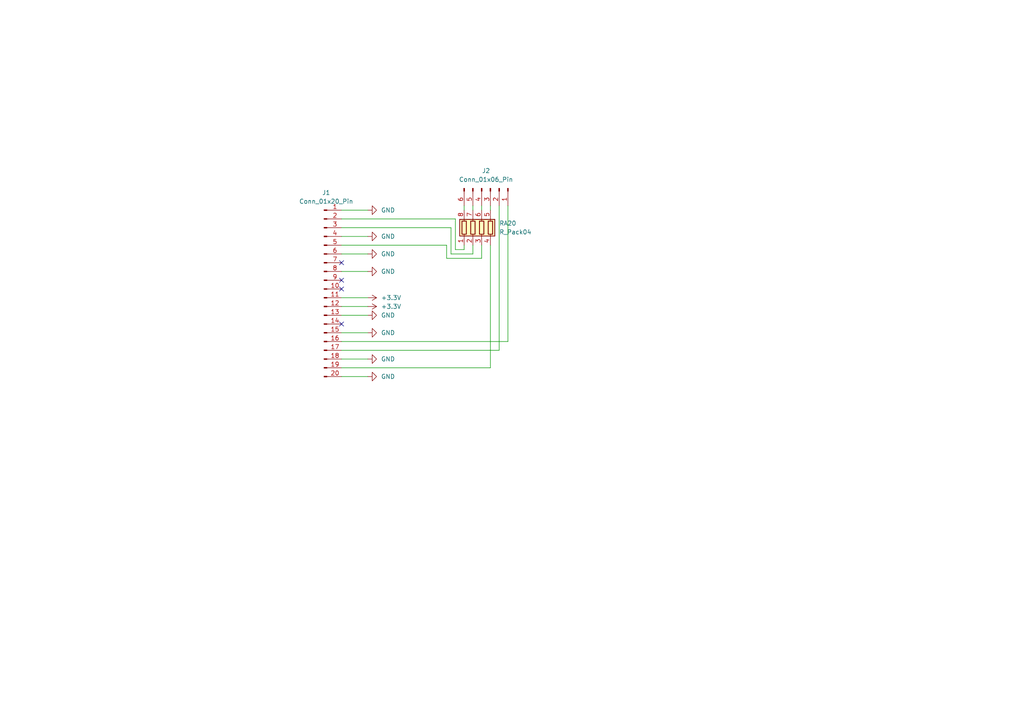
<source format=kicad_sch>
(kicad_sch
	(version 20231120)
	(generator "eeschema")
	(generator_version "8.0")
	(uuid "77b97498-b9b7-43e2-89cb-7947d298f0c2")
	(paper "A4")
	(title_block
		(title "Wii WiFi Flex relocation")
		(date "2023-11-03")
		(rev "v0.1")
		(comment 1 "License: MIT")
		(comment 2 "Author: supertazon")
	)
	(lib_symbols
		(symbol "Connector:Conn_01x06_Pin"
			(pin_names
				(offset 1.016) hide)
			(exclude_from_sim no)
			(in_bom yes)
			(on_board yes)
			(property "Reference" "J"
				(at 0 7.62 0)
				(effects
					(font
						(size 1.27 1.27)
					)
				)
			)
			(property "Value" "Conn_01x06_Pin"
				(at 0 -10.16 0)
				(effects
					(font
						(size 1.27 1.27)
					)
				)
			)
			(property "Footprint" ""
				(at 0 0 0)
				(effects
					(font
						(size 1.27 1.27)
					)
					(hide yes)
				)
			)
			(property "Datasheet" "~"
				(at 0 0 0)
				(effects
					(font
						(size 1.27 1.27)
					)
					(hide yes)
				)
			)
			(property "Description" "Generic connector, single row, 01x06, script generated"
				(at 0 0 0)
				(effects
					(font
						(size 1.27 1.27)
					)
					(hide yes)
				)
			)
			(property "ki_locked" ""
				(at 0 0 0)
				(effects
					(font
						(size 1.27 1.27)
					)
				)
			)
			(property "ki_keywords" "connector"
				(at 0 0 0)
				(effects
					(font
						(size 1.27 1.27)
					)
					(hide yes)
				)
			)
			(property "ki_fp_filters" "Connector*:*_1x??_*"
				(at 0 0 0)
				(effects
					(font
						(size 1.27 1.27)
					)
					(hide yes)
				)
			)
			(symbol "Conn_01x06_Pin_1_1"
				(polyline
					(pts
						(xy 1.27 -7.62) (xy 0.8636 -7.62)
					)
					(stroke
						(width 0.1524)
						(type default)
					)
					(fill
						(type none)
					)
				)
				(polyline
					(pts
						(xy 1.27 -5.08) (xy 0.8636 -5.08)
					)
					(stroke
						(width 0.1524)
						(type default)
					)
					(fill
						(type none)
					)
				)
				(polyline
					(pts
						(xy 1.27 -2.54) (xy 0.8636 -2.54)
					)
					(stroke
						(width 0.1524)
						(type default)
					)
					(fill
						(type none)
					)
				)
				(polyline
					(pts
						(xy 1.27 0) (xy 0.8636 0)
					)
					(stroke
						(width 0.1524)
						(type default)
					)
					(fill
						(type none)
					)
				)
				(polyline
					(pts
						(xy 1.27 2.54) (xy 0.8636 2.54)
					)
					(stroke
						(width 0.1524)
						(type default)
					)
					(fill
						(type none)
					)
				)
				(polyline
					(pts
						(xy 1.27 5.08) (xy 0.8636 5.08)
					)
					(stroke
						(width 0.1524)
						(type default)
					)
					(fill
						(type none)
					)
				)
				(rectangle
					(start 0.8636 -7.493)
					(end 0 -7.747)
					(stroke
						(width 0.1524)
						(type default)
					)
					(fill
						(type outline)
					)
				)
				(rectangle
					(start 0.8636 -4.953)
					(end 0 -5.207)
					(stroke
						(width 0.1524)
						(type default)
					)
					(fill
						(type outline)
					)
				)
				(rectangle
					(start 0.8636 -2.413)
					(end 0 -2.667)
					(stroke
						(width 0.1524)
						(type default)
					)
					(fill
						(type outline)
					)
				)
				(rectangle
					(start 0.8636 0.127)
					(end 0 -0.127)
					(stroke
						(width 0.1524)
						(type default)
					)
					(fill
						(type outline)
					)
				)
				(rectangle
					(start 0.8636 2.667)
					(end 0 2.413)
					(stroke
						(width 0.1524)
						(type default)
					)
					(fill
						(type outline)
					)
				)
				(rectangle
					(start 0.8636 5.207)
					(end 0 4.953)
					(stroke
						(width 0.1524)
						(type default)
					)
					(fill
						(type outline)
					)
				)
				(pin passive line
					(at 5.08 5.08 180)
					(length 3.81)
					(name "Pin_1"
						(effects
							(font
								(size 1.27 1.27)
							)
						)
					)
					(number "1"
						(effects
							(font
								(size 1.27 1.27)
							)
						)
					)
				)
				(pin passive line
					(at 5.08 2.54 180)
					(length 3.81)
					(name "Pin_2"
						(effects
							(font
								(size 1.27 1.27)
							)
						)
					)
					(number "2"
						(effects
							(font
								(size 1.27 1.27)
							)
						)
					)
				)
				(pin passive line
					(at 5.08 0 180)
					(length 3.81)
					(name "Pin_3"
						(effects
							(font
								(size 1.27 1.27)
							)
						)
					)
					(number "3"
						(effects
							(font
								(size 1.27 1.27)
							)
						)
					)
				)
				(pin passive line
					(at 5.08 -2.54 180)
					(length 3.81)
					(name "Pin_4"
						(effects
							(font
								(size 1.27 1.27)
							)
						)
					)
					(number "4"
						(effects
							(font
								(size 1.27 1.27)
							)
						)
					)
				)
				(pin passive line
					(at 5.08 -5.08 180)
					(length 3.81)
					(name "Pin_5"
						(effects
							(font
								(size 1.27 1.27)
							)
						)
					)
					(number "5"
						(effects
							(font
								(size 1.27 1.27)
							)
						)
					)
				)
				(pin passive line
					(at 5.08 -7.62 180)
					(length 3.81)
					(name "Pin_6"
						(effects
							(font
								(size 1.27 1.27)
							)
						)
					)
					(number "6"
						(effects
							(font
								(size 1.27 1.27)
							)
						)
					)
				)
			)
		)
		(symbol "Connector:Conn_01x20_Pin"
			(pin_names
				(offset 1.016) hide)
			(exclude_from_sim no)
			(in_bom yes)
			(on_board yes)
			(property "Reference" "J"
				(at 0 25.4 0)
				(effects
					(font
						(size 1.27 1.27)
					)
				)
			)
			(property "Value" "Conn_01x20_Pin"
				(at 0 -27.94 0)
				(effects
					(font
						(size 1.27 1.27)
					)
				)
			)
			(property "Footprint" ""
				(at 0 0 0)
				(effects
					(font
						(size 1.27 1.27)
					)
					(hide yes)
				)
			)
			(property "Datasheet" "~"
				(at 0 0 0)
				(effects
					(font
						(size 1.27 1.27)
					)
					(hide yes)
				)
			)
			(property "Description" "Generic connector, single row, 01x20, script generated"
				(at 0 0 0)
				(effects
					(font
						(size 1.27 1.27)
					)
					(hide yes)
				)
			)
			(property "ki_locked" ""
				(at 0 0 0)
				(effects
					(font
						(size 1.27 1.27)
					)
				)
			)
			(property "ki_keywords" "connector"
				(at 0 0 0)
				(effects
					(font
						(size 1.27 1.27)
					)
					(hide yes)
				)
			)
			(property "ki_fp_filters" "Connector*:*_1x??_*"
				(at 0 0 0)
				(effects
					(font
						(size 1.27 1.27)
					)
					(hide yes)
				)
			)
			(symbol "Conn_01x20_Pin_1_1"
				(polyline
					(pts
						(xy 1.27 -25.4) (xy 0.8636 -25.4)
					)
					(stroke
						(width 0.1524)
						(type default)
					)
					(fill
						(type none)
					)
				)
				(polyline
					(pts
						(xy 1.27 -22.86) (xy 0.8636 -22.86)
					)
					(stroke
						(width 0.1524)
						(type default)
					)
					(fill
						(type none)
					)
				)
				(polyline
					(pts
						(xy 1.27 -20.32) (xy 0.8636 -20.32)
					)
					(stroke
						(width 0.1524)
						(type default)
					)
					(fill
						(type none)
					)
				)
				(polyline
					(pts
						(xy 1.27 -17.78) (xy 0.8636 -17.78)
					)
					(stroke
						(width 0.1524)
						(type default)
					)
					(fill
						(type none)
					)
				)
				(polyline
					(pts
						(xy 1.27 -15.24) (xy 0.8636 -15.24)
					)
					(stroke
						(width 0.1524)
						(type default)
					)
					(fill
						(type none)
					)
				)
				(polyline
					(pts
						(xy 1.27 -12.7) (xy 0.8636 -12.7)
					)
					(stroke
						(width 0.1524)
						(type default)
					)
					(fill
						(type none)
					)
				)
				(polyline
					(pts
						(xy 1.27 -10.16) (xy 0.8636 -10.16)
					)
					(stroke
						(width 0.1524)
						(type default)
					)
					(fill
						(type none)
					)
				)
				(polyline
					(pts
						(xy 1.27 -7.62) (xy 0.8636 -7.62)
					)
					(stroke
						(width 0.1524)
						(type default)
					)
					(fill
						(type none)
					)
				)
				(polyline
					(pts
						(xy 1.27 -5.08) (xy 0.8636 -5.08)
					)
					(stroke
						(width 0.1524)
						(type default)
					)
					(fill
						(type none)
					)
				)
				(polyline
					(pts
						(xy 1.27 -2.54) (xy 0.8636 -2.54)
					)
					(stroke
						(width 0.1524)
						(type default)
					)
					(fill
						(type none)
					)
				)
				(polyline
					(pts
						(xy 1.27 0) (xy 0.8636 0)
					)
					(stroke
						(width 0.1524)
						(type default)
					)
					(fill
						(type none)
					)
				)
				(polyline
					(pts
						(xy 1.27 2.54) (xy 0.8636 2.54)
					)
					(stroke
						(width 0.1524)
						(type default)
					)
					(fill
						(type none)
					)
				)
				(polyline
					(pts
						(xy 1.27 5.08) (xy 0.8636 5.08)
					)
					(stroke
						(width 0.1524)
						(type default)
					)
					(fill
						(type none)
					)
				)
				(polyline
					(pts
						(xy 1.27 7.62) (xy 0.8636 7.62)
					)
					(stroke
						(width 0.1524)
						(type default)
					)
					(fill
						(type none)
					)
				)
				(polyline
					(pts
						(xy 1.27 10.16) (xy 0.8636 10.16)
					)
					(stroke
						(width 0.1524)
						(type default)
					)
					(fill
						(type none)
					)
				)
				(polyline
					(pts
						(xy 1.27 12.7) (xy 0.8636 12.7)
					)
					(stroke
						(width 0.1524)
						(type default)
					)
					(fill
						(type none)
					)
				)
				(polyline
					(pts
						(xy 1.27 15.24) (xy 0.8636 15.24)
					)
					(stroke
						(width 0.1524)
						(type default)
					)
					(fill
						(type none)
					)
				)
				(polyline
					(pts
						(xy 1.27 17.78) (xy 0.8636 17.78)
					)
					(stroke
						(width 0.1524)
						(type default)
					)
					(fill
						(type none)
					)
				)
				(polyline
					(pts
						(xy 1.27 20.32) (xy 0.8636 20.32)
					)
					(stroke
						(width 0.1524)
						(type default)
					)
					(fill
						(type none)
					)
				)
				(polyline
					(pts
						(xy 1.27 22.86) (xy 0.8636 22.86)
					)
					(stroke
						(width 0.1524)
						(type default)
					)
					(fill
						(type none)
					)
				)
				(rectangle
					(start 0.8636 -25.273)
					(end 0 -25.527)
					(stroke
						(width 0.1524)
						(type default)
					)
					(fill
						(type outline)
					)
				)
				(rectangle
					(start 0.8636 -22.733)
					(end 0 -22.987)
					(stroke
						(width 0.1524)
						(type default)
					)
					(fill
						(type outline)
					)
				)
				(rectangle
					(start 0.8636 -20.193)
					(end 0 -20.447)
					(stroke
						(width 0.1524)
						(type default)
					)
					(fill
						(type outline)
					)
				)
				(rectangle
					(start 0.8636 -17.653)
					(end 0 -17.907)
					(stroke
						(width 0.1524)
						(type default)
					)
					(fill
						(type outline)
					)
				)
				(rectangle
					(start 0.8636 -15.113)
					(end 0 -15.367)
					(stroke
						(width 0.1524)
						(type default)
					)
					(fill
						(type outline)
					)
				)
				(rectangle
					(start 0.8636 -12.573)
					(end 0 -12.827)
					(stroke
						(width 0.1524)
						(type default)
					)
					(fill
						(type outline)
					)
				)
				(rectangle
					(start 0.8636 -10.033)
					(end 0 -10.287)
					(stroke
						(width 0.1524)
						(type default)
					)
					(fill
						(type outline)
					)
				)
				(rectangle
					(start 0.8636 -7.493)
					(end 0 -7.747)
					(stroke
						(width 0.1524)
						(type default)
					)
					(fill
						(type outline)
					)
				)
				(rectangle
					(start 0.8636 -4.953)
					(end 0 -5.207)
					(stroke
						(width 0.1524)
						(type default)
					)
					(fill
						(type outline)
					)
				)
				(rectangle
					(start 0.8636 -2.413)
					(end 0 -2.667)
					(stroke
						(width 0.1524)
						(type default)
					)
					(fill
						(type outline)
					)
				)
				(rectangle
					(start 0.8636 0.127)
					(end 0 -0.127)
					(stroke
						(width 0.1524)
						(type default)
					)
					(fill
						(type outline)
					)
				)
				(rectangle
					(start 0.8636 2.667)
					(end 0 2.413)
					(stroke
						(width 0.1524)
						(type default)
					)
					(fill
						(type outline)
					)
				)
				(rectangle
					(start 0.8636 5.207)
					(end 0 4.953)
					(stroke
						(width 0.1524)
						(type default)
					)
					(fill
						(type outline)
					)
				)
				(rectangle
					(start 0.8636 7.747)
					(end 0 7.493)
					(stroke
						(width 0.1524)
						(type default)
					)
					(fill
						(type outline)
					)
				)
				(rectangle
					(start 0.8636 10.287)
					(end 0 10.033)
					(stroke
						(width 0.1524)
						(type default)
					)
					(fill
						(type outline)
					)
				)
				(rectangle
					(start 0.8636 12.827)
					(end 0 12.573)
					(stroke
						(width 0.1524)
						(type default)
					)
					(fill
						(type outline)
					)
				)
				(rectangle
					(start 0.8636 15.367)
					(end 0 15.113)
					(stroke
						(width 0.1524)
						(type default)
					)
					(fill
						(type outline)
					)
				)
				(rectangle
					(start 0.8636 17.907)
					(end 0 17.653)
					(stroke
						(width 0.1524)
						(type default)
					)
					(fill
						(type outline)
					)
				)
				(rectangle
					(start 0.8636 20.447)
					(end 0 20.193)
					(stroke
						(width 0.1524)
						(type default)
					)
					(fill
						(type outline)
					)
				)
				(rectangle
					(start 0.8636 22.987)
					(end 0 22.733)
					(stroke
						(width 0.1524)
						(type default)
					)
					(fill
						(type outline)
					)
				)
				(pin passive line
					(at 5.08 22.86 180)
					(length 3.81)
					(name "Pin_1"
						(effects
							(font
								(size 1.27 1.27)
							)
						)
					)
					(number "1"
						(effects
							(font
								(size 1.27 1.27)
							)
						)
					)
				)
				(pin passive line
					(at 5.08 0 180)
					(length 3.81)
					(name "Pin_10"
						(effects
							(font
								(size 1.27 1.27)
							)
						)
					)
					(number "10"
						(effects
							(font
								(size 1.27 1.27)
							)
						)
					)
				)
				(pin passive line
					(at 5.08 -2.54 180)
					(length 3.81)
					(name "Pin_11"
						(effects
							(font
								(size 1.27 1.27)
							)
						)
					)
					(number "11"
						(effects
							(font
								(size 1.27 1.27)
							)
						)
					)
				)
				(pin passive line
					(at 5.08 -5.08 180)
					(length 3.81)
					(name "Pin_12"
						(effects
							(font
								(size 1.27 1.27)
							)
						)
					)
					(number "12"
						(effects
							(font
								(size 1.27 1.27)
							)
						)
					)
				)
				(pin passive line
					(at 5.08 -7.62 180)
					(length 3.81)
					(name "Pin_13"
						(effects
							(font
								(size 1.27 1.27)
							)
						)
					)
					(number "13"
						(effects
							(font
								(size 1.27 1.27)
							)
						)
					)
				)
				(pin passive line
					(at 5.08 -10.16 180)
					(length 3.81)
					(name "Pin_14"
						(effects
							(font
								(size 1.27 1.27)
							)
						)
					)
					(number "14"
						(effects
							(font
								(size 1.27 1.27)
							)
						)
					)
				)
				(pin passive line
					(at 5.08 -12.7 180)
					(length 3.81)
					(name "Pin_15"
						(effects
							(font
								(size 1.27 1.27)
							)
						)
					)
					(number "15"
						(effects
							(font
								(size 1.27 1.27)
							)
						)
					)
				)
				(pin passive line
					(at 5.08 -15.24 180)
					(length 3.81)
					(name "Pin_16"
						(effects
							(font
								(size 1.27 1.27)
							)
						)
					)
					(number "16"
						(effects
							(font
								(size 1.27 1.27)
							)
						)
					)
				)
				(pin passive line
					(at 5.08 -17.78 180)
					(length 3.81)
					(name "Pin_17"
						(effects
							(font
								(size 1.27 1.27)
							)
						)
					)
					(number "17"
						(effects
							(font
								(size 1.27 1.27)
							)
						)
					)
				)
				(pin passive line
					(at 5.08 -20.32 180)
					(length 3.81)
					(name "Pin_18"
						(effects
							(font
								(size 1.27 1.27)
							)
						)
					)
					(number "18"
						(effects
							(font
								(size 1.27 1.27)
							)
						)
					)
				)
				(pin passive line
					(at 5.08 -22.86 180)
					(length 3.81)
					(name "Pin_19"
						(effects
							(font
								(size 1.27 1.27)
							)
						)
					)
					(number "19"
						(effects
							(font
								(size 1.27 1.27)
							)
						)
					)
				)
				(pin passive line
					(at 5.08 20.32 180)
					(length 3.81)
					(name "Pin_2"
						(effects
							(font
								(size 1.27 1.27)
							)
						)
					)
					(number "2"
						(effects
							(font
								(size 1.27 1.27)
							)
						)
					)
				)
				(pin passive line
					(at 5.08 -25.4 180)
					(length 3.81)
					(name "Pin_20"
						(effects
							(font
								(size 1.27 1.27)
							)
						)
					)
					(number "20"
						(effects
							(font
								(size 1.27 1.27)
							)
						)
					)
				)
				(pin passive line
					(at 5.08 17.78 180)
					(length 3.81)
					(name "Pin_3"
						(effects
							(font
								(size 1.27 1.27)
							)
						)
					)
					(number "3"
						(effects
							(font
								(size 1.27 1.27)
							)
						)
					)
				)
				(pin passive line
					(at 5.08 15.24 180)
					(length 3.81)
					(name "Pin_4"
						(effects
							(font
								(size 1.27 1.27)
							)
						)
					)
					(number "4"
						(effects
							(font
								(size 1.27 1.27)
							)
						)
					)
				)
				(pin passive line
					(at 5.08 12.7 180)
					(length 3.81)
					(name "Pin_5"
						(effects
							(font
								(size 1.27 1.27)
							)
						)
					)
					(number "5"
						(effects
							(font
								(size 1.27 1.27)
							)
						)
					)
				)
				(pin passive line
					(at 5.08 10.16 180)
					(length 3.81)
					(name "Pin_6"
						(effects
							(font
								(size 1.27 1.27)
							)
						)
					)
					(number "6"
						(effects
							(font
								(size 1.27 1.27)
							)
						)
					)
				)
				(pin passive line
					(at 5.08 7.62 180)
					(length 3.81)
					(name "Pin_7"
						(effects
							(font
								(size 1.27 1.27)
							)
						)
					)
					(number "7"
						(effects
							(font
								(size 1.27 1.27)
							)
						)
					)
				)
				(pin passive line
					(at 5.08 5.08 180)
					(length 3.81)
					(name "Pin_8"
						(effects
							(font
								(size 1.27 1.27)
							)
						)
					)
					(number "8"
						(effects
							(font
								(size 1.27 1.27)
							)
						)
					)
				)
				(pin passive line
					(at 5.08 2.54 180)
					(length 3.81)
					(name "Pin_9"
						(effects
							(font
								(size 1.27 1.27)
							)
						)
					)
					(number "9"
						(effects
							(font
								(size 1.27 1.27)
							)
						)
					)
				)
			)
		)
		(symbol "Device:R_Pack04"
			(pin_names
				(offset 0) hide)
			(exclude_from_sim no)
			(in_bom yes)
			(on_board yes)
			(property "Reference" "RN"
				(at -7.62 0 90)
				(effects
					(font
						(size 1.27 1.27)
					)
				)
			)
			(property "Value" "R_Pack04"
				(at 5.08 0 90)
				(effects
					(font
						(size 1.27 1.27)
					)
				)
			)
			(property "Footprint" ""
				(at 6.985 0 90)
				(effects
					(font
						(size 1.27 1.27)
					)
					(hide yes)
				)
			)
			(property "Datasheet" "~"
				(at 0 0 0)
				(effects
					(font
						(size 1.27 1.27)
					)
					(hide yes)
				)
			)
			(property "Description" "4 resistor network, parallel topology"
				(at 0 0 0)
				(effects
					(font
						(size 1.27 1.27)
					)
					(hide yes)
				)
			)
			(property "ki_keywords" "R network parallel topology isolated"
				(at 0 0 0)
				(effects
					(font
						(size 1.27 1.27)
					)
					(hide yes)
				)
			)
			(property "ki_fp_filters" "DIP* SOIC* R*Array*Concave* R*Array*Convex*"
				(at 0 0 0)
				(effects
					(font
						(size 1.27 1.27)
					)
					(hide yes)
				)
			)
			(symbol "R_Pack04_0_1"
				(rectangle
					(start -6.35 -2.413)
					(end 3.81 2.413)
					(stroke
						(width 0.254)
						(type default)
					)
					(fill
						(type background)
					)
				)
				(rectangle
					(start -5.715 1.905)
					(end -4.445 -1.905)
					(stroke
						(width 0.254)
						(type default)
					)
					(fill
						(type none)
					)
				)
				(rectangle
					(start -3.175 1.905)
					(end -1.905 -1.905)
					(stroke
						(width 0.254)
						(type default)
					)
					(fill
						(type none)
					)
				)
				(rectangle
					(start -0.635 1.905)
					(end 0.635 -1.905)
					(stroke
						(width 0.254)
						(type default)
					)
					(fill
						(type none)
					)
				)
				(polyline
					(pts
						(xy -5.08 -2.54) (xy -5.08 -1.905)
					)
					(stroke
						(width 0)
						(type default)
					)
					(fill
						(type none)
					)
				)
				(polyline
					(pts
						(xy -5.08 1.905) (xy -5.08 2.54)
					)
					(stroke
						(width 0)
						(type default)
					)
					(fill
						(type none)
					)
				)
				(polyline
					(pts
						(xy -2.54 -2.54) (xy -2.54 -1.905)
					)
					(stroke
						(width 0)
						(type default)
					)
					(fill
						(type none)
					)
				)
				(polyline
					(pts
						(xy -2.54 1.905) (xy -2.54 2.54)
					)
					(stroke
						(width 0)
						(type default)
					)
					(fill
						(type none)
					)
				)
				(polyline
					(pts
						(xy 0 -2.54) (xy 0 -1.905)
					)
					(stroke
						(width 0)
						(type default)
					)
					(fill
						(type none)
					)
				)
				(polyline
					(pts
						(xy 0 1.905) (xy 0 2.54)
					)
					(stroke
						(width 0)
						(type default)
					)
					(fill
						(type none)
					)
				)
				(polyline
					(pts
						(xy 2.54 -2.54) (xy 2.54 -1.905)
					)
					(stroke
						(width 0)
						(type default)
					)
					(fill
						(type none)
					)
				)
				(polyline
					(pts
						(xy 2.54 1.905) (xy 2.54 2.54)
					)
					(stroke
						(width 0)
						(type default)
					)
					(fill
						(type none)
					)
				)
				(rectangle
					(start 1.905 1.905)
					(end 3.175 -1.905)
					(stroke
						(width 0.254)
						(type default)
					)
					(fill
						(type none)
					)
				)
			)
			(symbol "R_Pack04_1_1"
				(pin passive line
					(at -5.08 -5.08 90)
					(length 2.54)
					(name "R1.1"
						(effects
							(font
								(size 1.27 1.27)
							)
						)
					)
					(number "1"
						(effects
							(font
								(size 1.27 1.27)
							)
						)
					)
				)
				(pin passive line
					(at -2.54 -5.08 90)
					(length 2.54)
					(name "R2.1"
						(effects
							(font
								(size 1.27 1.27)
							)
						)
					)
					(number "2"
						(effects
							(font
								(size 1.27 1.27)
							)
						)
					)
				)
				(pin passive line
					(at 0 -5.08 90)
					(length 2.54)
					(name "R3.1"
						(effects
							(font
								(size 1.27 1.27)
							)
						)
					)
					(number "3"
						(effects
							(font
								(size 1.27 1.27)
							)
						)
					)
				)
				(pin passive line
					(at 2.54 -5.08 90)
					(length 2.54)
					(name "R4.1"
						(effects
							(font
								(size 1.27 1.27)
							)
						)
					)
					(number "4"
						(effects
							(font
								(size 1.27 1.27)
							)
						)
					)
				)
				(pin passive line
					(at 2.54 5.08 270)
					(length 2.54)
					(name "R4.2"
						(effects
							(font
								(size 1.27 1.27)
							)
						)
					)
					(number "5"
						(effects
							(font
								(size 1.27 1.27)
							)
						)
					)
				)
				(pin passive line
					(at 0 5.08 270)
					(length 2.54)
					(name "R3.2"
						(effects
							(font
								(size 1.27 1.27)
							)
						)
					)
					(number "6"
						(effects
							(font
								(size 1.27 1.27)
							)
						)
					)
				)
				(pin passive line
					(at -2.54 5.08 270)
					(length 2.54)
					(name "R2.2"
						(effects
							(font
								(size 1.27 1.27)
							)
						)
					)
					(number "7"
						(effects
							(font
								(size 1.27 1.27)
							)
						)
					)
				)
				(pin passive line
					(at -5.08 5.08 270)
					(length 2.54)
					(name "R1.2"
						(effects
							(font
								(size 1.27 1.27)
							)
						)
					)
					(number "8"
						(effects
							(font
								(size 1.27 1.27)
							)
						)
					)
				)
			)
		)
		(symbol "power:+3.3V"
			(power)
			(pin_names
				(offset 0)
			)
			(exclude_from_sim no)
			(in_bom yes)
			(on_board yes)
			(property "Reference" "#PWR"
				(at 0 -3.81 0)
				(effects
					(font
						(size 1.27 1.27)
					)
					(hide yes)
				)
			)
			(property "Value" "+3.3V"
				(at 0 3.556 0)
				(effects
					(font
						(size 1.27 1.27)
					)
				)
			)
			(property "Footprint" ""
				(at 0 0 0)
				(effects
					(font
						(size 1.27 1.27)
					)
					(hide yes)
				)
			)
			(property "Datasheet" ""
				(at 0 0 0)
				(effects
					(font
						(size 1.27 1.27)
					)
					(hide yes)
				)
			)
			(property "Description" "Power symbol creates a global label with name \"+3.3V\""
				(at 0 0 0)
				(effects
					(font
						(size 1.27 1.27)
					)
					(hide yes)
				)
			)
			(property "ki_keywords" "global power"
				(at 0 0 0)
				(effects
					(font
						(size 1.27 1.27)
					)
					(hide yes)
				)
			)
			(symbol "+3.3V_0_1"
				(polyline
					(pts
						(xy -0.762 1.27) (xy 0 2.54)
					)
					(stroke
						(width 0)
						(type default)
					)
					(fill
						(type none)
					)
				)
				(polyline
					(pts
						(xy 0 0) (xy 0 2.54)
					)
					(stroke
						(width 0)
						(type default)
					)
					(fill
						(type none)
					)
				)
				(polyline
					(pts
						(xy 0 2.54) (xy 0.762 1.27)
					)
					(stroke
						(width 0)
						(type default)
					)
					(fill
						(type none)
					)
				)
			)
			(symbol "+3.3V_1_1"
				(pin power_in line
					(at 0 0 90)
					(length 0) hide
					(name "+3.3V"
						(effects
							(font
								(size 1.27 1.27)
							)
						)
					)
					(number "1"
						(effects
							(font
								(size 1.27 1.27)
							)
						)
					)
				)
			)
		)
		(symbol "power:GND"
			(power)
			(pin_names
				(offset 0)
			)
			(exclude_from_sim no)
			(in_bom yes)
			(on_board yes)
			(property "Reference" "#PWR"
				(at 0 -6.35 0)
				(effects
					(font
						(size 1.27 1.27)
					)
					(hide yes)
				)
			)
			(property "Value" "GND"
				(at 0 -3.81 0)
				(effects
					(font
						(size 1.27 1.27)
					)
				)
			)
			(property "Footprint" ""
				(at 0 0 0)
				(effects
					(font
						(size 1.27 1.27)
					)
					(hide yes)
				)
			)
			(property "Datasheet" ""
				(at 0 0 0)
				(effects
					(font
						(size 1.27 1.27)
					)
					(hide yes)
				)
			)
			(property "Description" "Power symbol creates a global label with name \"GND\" , ground"
				(at 0 0 0)
				(effects
					(font
						(size 1.27 1.27)
					)
					(hide yes)
				)
			)
			(property "ki_keywords" "global power"
				(at 0 0 0)
				(effects
					(font
						(size 1.27 1.27)
					)
					(hide yes)
				)
			)
			(symbol "GND_0_1"
				(polyline
					(pts
						(xy 0 0) (xy 0 -1.27) (xy 1.27 -1.27) (xy 0 -2.54) (xy -1.27 -1.27) (xy 0 -1.27)
					)
					(stroke
						(width 0)
						(type default)
					)
					(fill
						(type none)
					)
				)
			)
			(symbol "GND_1_1"
				(pin power_in line
					(at 0 0 270)
					(length 0) hide
					(name "GND"
						(effects
							(font
								(size 1.27 1.27)
							)
						)
					)
					(number "1"
						(effects
							(font
								(size 1.27 1.27)
							)
						)
					)
				)
			)
		)
	)
	(no_connect
		(at 99.06 93.98)
		(uuid "25f5b52c-4fea-45a0-980a-e6f4996a5e94")
	)
	(no_connect
		(at 99.06 76.2)
		(uuid "299dcf27-ad73-4df0-8d60-c200821b1c2c")
	)
	(no_connect
		(at 99.06 83.82)
		(uuid "59e8cc1e-992f-4be8-a4e5-84402fdc515b")
	)
	(no_connect
		(at 99.06 81.28)
		(uuid "d5dcc101-3b5e-46e6-8c55-6b7b5230a5fa")
	)
	(wire
		(pts
			(xy 134.62 72.39) (xy 134.62 71.12)
		)
		(stroke
			(width 0)
			(type default)
		)
		(uuid "02d1543b-5b7e-429d-8466-5c21784229ef")
	)
	(wire
		(pts
			(xy 99.06 63.5) (xy 132.08 63.5)
		)
		(stroke
			(width 0)
			(type default)
		)
		(uuid "03788c9a-7c3e-4e19-9981-6fa6a1214cc2")
	)
	(wire
		(pts
			(xy 99.06 86.36) (xy 106.68 86.36)
		)
		(stroke
			(width 0)
			(type default)
		)
		(uuid "0e103e9c-8a76-41f8-a9e6-205659ad1aba")
	)
	(wire
		(pts
			(xy 99.06 78.74) (xy 106.68 78.74)
		)
		(stroke
			(width 0)
			(type default)
		)
		(uuid "30aa993d-0e65-4639-949d-460cbab26854")
	)
	(wire
		(pts
			(xy 99.06 71.12) (xy 129.54 71.12)
		)
		(stroke
			(width 0)
			(type default)
		)
		(uuid "31df4f05-b145-496f-9c9b-df47d554f962")
	)
	(wire
		(pts
			(xy 99.06 101.6) (xy 144.78 101.6)
		)
		(stroke
			(width 0)
			(type default)
		)
		(uuid "3bbfec08-2f07-4248-a57e-03f714e2225b")
	)
	(wire
		(pts
			(xy 99.06 104.14) (xy 106.68 104.14)
		)
		(stroke
			(width 0)
			(type default)
		)
		(uuid "3fe84bd1-8459-4dfb-8feb-d8f4dc58383a")
	)
	(wire
		(pts
			(xy 134.62 60.96) (xy 134.62 59.69)
		)
		(stroke
			(width 0)
			(type default)
		)
		(uuid "4461ea3c-3d6e-4707-a72e-d0b1b317eb8e")
	)
	(wire
		(pts
			(xy 142.24 106.68) (xy 142.24 71.12)
		)
		(stroke
			(width 0)
			(type default)
		)
		(uuid "4af3b778-691c-42d3-9760-4ff8a95ad2b0")
	)
	(wire
		(pts
			(xy 132.08 72.39) (xy 134.62 72.39)
		)
		(stroke
			(width 0)
			(type default)
		)
		(uuid "59feb0ad-1409-4504-b07f-185edf190eba")
	)
	(wire
		(pts
			(xy 139.7 60.96) (xy 139.7 59.69)
		)
		(stroke
			(width 0)
			(type default)
		)
		(uuid "5f73720a-639a-4690-bcaa-4be66ed5b5c2")
	)
	(wire
		(pts
			(xy 130.81 66.04) (xy 130.81 73.66)
		)
		(stroke
			(width 0)
			(type default)
		)
		(uuid "69ff4fc8-052c-4c2b-bdb0-eb3fbcbe8f73")
	)
	(wire
		(pts
			(xy 99.06 60.96) (xy 106.68 60.96)
		)
		(stroke
			(width 0)
			(type default)
		)
		(uuid "6d941a62-8385-4466-93ce-74f5360030c1")
	)
	(wire
		(pts
			(xy 99.06 96.52) (xy 106.68 96.52)
		)
		(stroke
			(width 0)
			(type default)
		)
		(uuid "70d68444-e913-45f1-9401-3d4e67a10862")
	)
	(wire
		(pts
			(xy 99.06 109.22) (xy 106.68 109.22)
		)
		(stroke
			(width 0)
			(type default)
		)
		(uuid "73c44509-795e-45dc-b476-53b4793e85cc")
	)
	(wire
		(pts
			(xy 99.06 88.9) (xy 106.68 88.9)
		)
		(stroke
			(width 0)
			(type default)
		)
		(uuid "7b233597-1224-436e-878d-9cade2b1f9e7")
	)
	(wire
		(pts
			(xy 137.16 60.96) (xy 137.16 59.69)
		)
		(stroke
			(width 0)
			(type default)
		)
		(uuid "7cedf9d4-a2e9-447f-b5bb-ec049c91aacd")
	)
	(wire
		(pts
			(xy 144.78 101.6) (xy 144.78 59.69)
		)
		(stroke
			(width 0)
			(type default)
		)
		(uuid "7e7cb089-84aa-41cc-9ff3-f2259cb6be56")
	)
	(wire
		(pts
			(xy 99.06 99.06) (xy 147.32 99.06)
		)
		(stroke
			(width 0)
			(type default)
		)
		(uuid "835c0ad3-8ab8-40c0-9eaa-a54bccda32bd")
	)
	(wire
		(pts
			(xy 99.06 68.58) (xy 106.68 68.58)
		)
		(stroke
			(width 0)
			(type default)
		)
		(uuid "8f3557ae-0df3-482a-8fa0-4149c410872d")
	)
	(wire
		(pts
			(xy 99.06 66.04) (xy 130.81 66.04)
		)
		(stroke
			(width 0)
			(type default)
		)
		(uuid "9690275e-0831-4f5d-a444-4b47a138763a")
	)
	(wire
		(pts
			(xy 132.08 63.5) (xy 132.08 72.39)
		)
		(stroke
			(width 0)
			(type default)
		)
		(uuid "a5dcca4e-1943-4c54-b06e-fe62dac2ba7a")
	)
	(wire
		(pts
			(xy 130.81 73.66) (xy 137.16 73.66)
		)
		(stroke
			(width 0)
			(type default)
		)
		(uuid "a8cc349e-36e7-4553-8156-a726c6860a70")
	)
	(wire
		(pts
			(xy 139.7 71.12) (xy 139.7 74.93)
		)
		(stroke
			(width 0)
			(type default)
		)
		(uuid "a9e147a5-3981-497d-8f89-26855cb4827b")
	)
	(wire
		(pts
			(xy 142.24 60.96) (xy 142.24 59.69)
		)
		(stroke
			(width 0)
			(type default)
		)
		(uuid "b43461a5-8776-4287-90dc-ac8853aacf60")
	)
	(wire
		(pts
			(xy 129.54 74.93) (xy 139.7 74.93)
		)
		(stroke
			(width 0)
			(type default)
		)
		(uuid "b98f99c1-10da-4287-9904-05713ab93011")
	)
	(wire
		(pts
			(xy 129.54 71.12) (xy 129.54 74.93)
		)
		(stroke
			(width 0)
			(type default)
		)
		(uuid "c181346d-abc0-4617-a4fb-16c3c5b10968")
	)
	(wire
		(pts
			(xy 99.06 91.44) (xy 106.68 91.44)
		)
		(stroke
			(width 0)
			(type default)
		)
		(uuid "c8e76747-8372-4b0b-b5bd-87b1301e39b7")
	)
	(wire
		(pts
			(xy 137.16 71.12) (xy 137.16 73.66)
		)
		(stroke
			(width 0)
			(type default)
		)
		(uuid "dd6151df-6fd3-4793-8a56-4cf979c32058")
	)
	(wire
		(pts
			(xy 99.06 106.68) (xy 142.24 106.68)
		)
		(stroke
			(width 0)
			(type default)
		)
		(uuid "ebb80017-17d2-4dc0-af3c-e8a2d8efcb32")
	)
	(wire
		(pts
			(xy 99.06 73.66) (xy 106.68 73.66)
		)
		(stroke
			(width 0)
			(type default)
		)
		(uuid "f325c275-aafe-4c95-b27a-76ebf76b282c")
	)
	(wire
		(pts
			(xy 147.32 99.06) (xy 147.32 59.69)
		)
		(stroke
			(width 0)
			(type default)
		)
		(uuid "fc4b2ddd-538b-4938-9b94-215b597626ab")
	)
	(symbol
		(lib_id "power:GND")
		(at 106.68 73.66 90)
		(unit 1)
		(exclude_from_sim no)
		(in_bom yes)
		(on_board yes)
		(dnp no)
		(fields_autoplaced yes)
		(uuid "262b80a1-812e-4de8-a6e2-3164e2787e7e")
		(property "Reference" "#PWR05"
			(at 113.03 73.66 0)
			(effects
				(font
					(size 1.27 1.27)
				)
				(hide yes)
			)
		)
		(property "Value" "GND"
			(at 110.49 73.66 90)
			(effects
				(font
					(size 1.27 1.27)
				)
				(justify right)
			)
		)
		(property "Footprint" ""
			(at 106.68 73.66 0)
			(effects
				(font
					(size 1.27 1.27)
				)
				(hide yes)
			)
		)
		(property "Datasheet" ""
			(at 106.68 73.66 0)
			(effects
				(font
					(size 1.27 1.27)
				)
				(hide yes)
			)
		)
		(property "Description" ""
			(at 106.68 73.66 0)
			(effects
				(font
					(size 1.27 1.27)
				)
				(hide yes)
			)
		)
		(pin "1"
			(uuid "ee830919-af22-45c8-9647-01fe7cf1a25f")
		)
		(instances
			(project "WifiFlex-connector"
				(path "/77b97498-b9b7-43e2-89cb-7947d298f0c2"
					(reference "#PWR05")
					(unit 1)
				)
			)
		)
	)
	(symbol
		(lib_id "Device:R_Pack04")
		(at 139.7 66.04 0)
		(unit 1)
		(exclude_from_sim no)
		(in_bom yes)
		(on_board yes)
		(dnp no)
		(fields_autoplaced yes)
		(uuid "284ec2db-021c-496c-9645-235fe49c47a2")
		(property "Reference" "RA20"
			(at 144.78 64.7699 0)
			(effects
				(font
					(size 1.27 1.27)
				)
				(justify left)
			)
		)
		(property "Value" "R_Pack04"
			(at 144.78 67.3099 0)
			(effects
				(font
					(size 1.27 1.27)
				)
				(justify left)
			)
		)
		(property "Footprint" "Resistor_SMD:R_Array_Convex_4x0402"
			(at 146.685 66.04 90)
			(effects
				(font
					(size 1.27 1.27)
				)
				(hide yes)
			)
		)
		(property "Datasheet" "~"
			(at 139.7 66.04 0)
			(effects
				(font
					(size 1.27 1.27)
				)
				(hide yes)
			)
		)
		(property "Description" "4 resistor network, parallel topology"
			(at 139.7 66.04 0)
			(effects
				(font
					(size 1.27 1.27)
				)
				(hide yes)
			)
		)
		(pin "6"
			(uuid "2e597b7b-2597-4610-a36a-9d94bcae81f9")
		)
		(pin "2"
			(uuid "3e12d52c-ea5c-4967-ae0e-caa48d67c545")
		)
		(pin "3"
			(uuid "79015c34-93bf-46e6-a5ea-728c5d955873")
		)
		(pin "1"
			(uuid "ad35d20e-3ef4-4cb0-9a0b-b7627f989927")
		)
		(pin "7"
			(uuid "12821ff8-2b40-400f-a9ca-db84bd861e55")
		)
		(pin "4"
			(uuid "f8ba4acf-0524-44a2-a96f-c4dce8d142bf")
		)
		(pin "8"
			(uuid "58d6523a-4786-4da3-93e7-774460b532ca")
		)
		(pin "5"
			(uuid "14eb1bfb-6a2d-4a30-8ace-7066a0795a28")
		)
		(instances
			(project "WifiFlex-connector"
				(path "/77b97498-b9b7-43e2-89cb-7947d298f0c2"
					(reference "RA20")
					(unit 1)
				)
			)
		)
	)
	(symbol
		(lib_id "Connector:Conn_01x06_Pin")
		(at 142.24 54.61 270)
		(unit 1)
		(exclude_from_sim no)
		(in_bom yes)
		(on_board yes)
		(dnp no)
		(fields_autoplaced yes)
		(uuid "2f4885e0-6d4f-4184-aa85-a09dcfbb197b")
		(property "Reference" "J2"
			(at 140.97 49.53 90)
			(effects
				(font
					(size 1.27 1.27)
				)
			)
		)
		(property "Value" "Conn_01x06_Pin"
			(at 140.97 52.07 90)
			(effects
				(font
					(size 1.27 1.27)
				)
			)
		)
		(property "Footprint" "wififlex-connector:wififlex"
			(at 142.24 54.61 0)
			(effects
				(font
					(size 1.27 1.27)
				)
				(hide yes)
			)
		)
		(property "Datasheet" "~"
			(at 142.24 54.61 0)
			(effects
				(font
					(size 1.27 1.27)
				)
				(hide yes)
			)
		)
		(property "Description" ""
			(at 142.24 54.61 0)
			(effects
				(font
					(size 1.27 1.27)
				)
				(hide yes)
			)
		)
		(pin "1"
			(uuid "397dc663-53d1-464e-bdbc-1ce2b799d695")
		)
		(pin "2"
			(uuid "015c7946-51f1-4f58-9095-9e0f23e7b955")
		)
		(pin "3"
			(uuid "c0b9a10d-f02d-4e1d-af8b-66d283dd4be2")
		)
		(pin "4"
			(uuid "1f10103f-85d8-4919-9821-793ef5019393")
		)
		(pin "5"
			(uuid "d7aaf2ec-b0ee-4692-ad60-d2f9a4edf098")
		)
		(pin "6"
			(uuid "cb22898c-a8a4-4aa4-a2d2-d05d8ddd7d06")
		)
		(instances
			(project "WifiFlex-connector"
				(path "/77b97498-b9b7-43e2-89cb-7947d298f0c2"
					(reference "J2")
					(unit 1)
				)
			)
		)
	)
	(symbol
		(lib_id "Connector:Conn_01x20_Pin")
		(at 93.98 83.82 0)
		(unit 1)
		(exclude_from_sim no)
		(in_bom yes)
		(on_board yes)
		(dnp no)
		(fields_autoplaced yes)
		(uuid "3fc916a8-ce27-4003-ade3-c1c15307cde2")
		(property "Reference" "J1"
			(at 94.615 55.88 0)
			(effects
				(font
					(size 1.27 1.27)
				)
			)
		)
		(property "Value" "Conn_01x20_Pin"
			(at 94.615 58.42 0)
			(effects
				(font
					(size 1.27 1.27)
				)
			)
		)
		(property "Footprint" "Connector_Molex:Molex_SlimStack_52991-0208_2x10_P0.50mm_Vertical"
			(at 93.98 83.82 0)
			(effects
				(font
					(size 1.27 1.27)
				)
				(hide yes)
			)
		)
		(property "Datasheet" "~"
			(at 93.98 83.82 0)
			(effects
				(font
					(size 1.27 1.27)
				)
				(hide yes)
			)
		)
		(property "Description" ""
			(at 93.98 83.82 0)
			(effects
				(font
					(size 1.27 1.27)
				)
				(hide yes)
			)
		)
		(pin "1"
			(uuid "2b872441-c8b5-42cd-a723-482a82d1a0fa")
		)
		(pin "10"
			(uuid "9191b9a9-8b86-4134-babb-4d42522e226a")
		)
		(pin "11"
			(uuid "6b98c461-fec9-4360-aad6-f4ddab06718f")
		)
		(pin "12"
			(uuid "7086cd34-fdd5-4d25-aca2-778c08e81a33")
		)
		(pin "13"
			(uuid "2ced6d83-3b59-4d31-8fcd-1f074edb40c4")
		)
		(pin "14"
			(uuid "c8a52209-6c4b-4df2-8743-d0455d61b5d0")
		)
		(pin "15"
			(uuid "3d11475b-d06b-4feb-92a4-f9ec59b59e11")
		)
		(pin "16"
			(uuid "cd03fc3b-1653-479b-8368-fd44998e9202")
		)
		(pin "17"
			(uuid "bc232e4b-78a8-4038-92d4-797c987b7f2f")
		)
		(pin "18"
			(uuid "64bdb136-5715-4159-93d3-c24a0c60b93e")
		)
		(pin "19"
			(uuid "6a2b24db-904e-4031-adc2-3344e46a91a6")
		)
		(pin "2"
			(uuid "4f429073-32dd-4e0e-a686-cb612701a294")
		)
		(pin "20"
			(uuid "95b6bb64-c808-4d22-b44f-9ea84aad74c4")
		)
		(pin "3"
			(uuid "4f77eb80-8362-4a37-8709-a4d06e98eb41")
		)
		(pin "4"
			(uuid "893f84e0-ac20-43d5-83d7-8c9b1a65deee")
		)
		(pin "5"
			(uuid "dbbfe315-1929-4a52-837f-7b73735b449c")
		)
		(pin "6"
			(uuid "aa125988-918a-461b-a3d5-f1425b4b5877")
		)
		(pin "7"
			(uuid "23e960b3-bacf-4f32-a3d6-672f6b8c723d")
		)
		(pin "8"
			(uuid "a621794b-89f6-41b5-a2a8-178fd5be7bbe")
		)
		(pin "9"
			(uuid "d84f4c0a-286b-4e77-9902-de450c317d97")
		)
		(instances
			(project "WifiFlex-connector"
				(path "/77b97498-b9b7-43e2-89cb-7947d298f0c2"
					(reference "J1")
					(unit 1)
				)
			)
		)
	)
	(symbol
		(lib_id "power:GND")
		(at 106.68 96.52 90)
		(unit 1)
		(exclude_from_sim no)
		(in_bom yes)
		(on_board yes)
		(dnp no)
		(fields_autoplaced yes)
		(uuid "4d12e6e6-2074-41e2-b2f5-4a11ff4f82b0")
		(property "Reference" "#PWR08"
			(at 113.03 96.52 0)
			(effects
				(font
					(size 1.27 1.27)
				)
				(hide yes)
			)
		)
		(property "Value" "GND"
			(at 110.49 96.52 90)
			(effects
				(font
					(size 1.27 1.27)
				)
				(justify right)
			)
		)
		(property "Footprint" ""
			(at 106.68 96.52 0)
			(effects
				(font
					(size 1.27 1.27)
				)
				(hide yes)
			)
		)
		(property "Datasheet" ""
			(at 106.68 96.52 0)
			(effects
				(font
					(size 1.27 1.27)
				)
				(hide yes)
			)
		)
		(property "Description" ""
			(at 106.68 96.52 0)
			(effects
				(font
					(size 1.27 1.27)
				)
				(hide yes)
			)
		)
		(pin "1"
			(uuid "81af191a-d34c-4b01-8d9a-56517f7e3870")
		)
		(instances
			(project "WifiFlex-connector"
				(path "/77b97498-b9b7-43e2-89cb-7947d298f0c2"
					(reference "#PWR08")
					(unit 1)
				)
			)
		)
	)
	(symbol
		(lib_id "power:GND")
		(at 106.68 109.22 90)
		(unit 1)
		(exclude_from_sim no)
		(in_bom yes)
		(on_board yes)
		(dnp no)
		(fields_autoplaced yes)
		(uuid "502024d0-987c-4e2c-a906-828ec70c8b8c")
		(property "Reference" "#PWR010"
			(at 113.03 109.22 0)
			(effects
				(font
					(size 1.27 1.27)
				)
				(hide yes)
			)
		)
		(property "Value" "GND"
			(at 110.49 109.22 90)
			(effects
				(font
					(size 1.27 1.27)
				)
				(justify right)
			)
		)
		(property "Footprint" ""
			(at 106.68 109.22 0)
			(effects
				(font
					(size 1.27 1.27)
				)
				(hide yes)
			)
		)
		(property "Datasheet" ""
			(at 106.68 109.22 0)
			(effects
				(font
					(size 1.27 1.27)
				)
				(hide yes)
			)
		)
		(property "Description" ""
			(at 106.68 109.22 0)
			(effects
				(font
					(size 1.27 1.27)
				)
				(hide yes)
			)
		)
		(pin "1"
			(uuid "43b0a8d9-65eb-42d8-8368-359c4804a161")
		)
		(instances
			(project "WifiFlex-connector"
				(path "/77b97498-b9b7-43e2-89cb-7947d298f0c2"
					(reference "#PWR010")
					(unit 1)
				)
			)
		)
	)
	(symbol
		(lib_id "power:+3.3V")
		(at 106.68 86.36 270)
		(unit 1)
		(exclude_from_sim no)
		(in_bom yes)
		(on_board yes)
		(dnp no)
		(fields_autoplaced yes)
		(uuid "6baea39b-64c5-4a0e-ae2d-71549ddef137")
		(property "Reference" "#PWR01"
			(at 102.87 86.36 0)
			(effects
				(font
					(size 1.27 1.27)
				)
				(hide yes)
			)
		)
		(property "Value" "+3.3V"
			(at 110.49 86.36 90)
			(effects
				(font
					(size 1.27 1.27)
				)
				(justify left)
			)
		)
		(property "Footprint" ""
			(at 106.68 86.36 0)
			(effects
				(font
					(size 1.27 1.27)
				)
				(hide yes)
			)
		)
		(property "Datasheet" ""
			(at 106.68 86.36 0)
			(effects
				(font
					(size 1.27 1.27)
				)
				(hide yes)
			)
		)
		(property "Description" ""
			(at 106.68 86.36 0)
			(effects
				(font
					(size 1.27 1.27)
				)
				(hide yes)
			)
		)
		(pin "1"
			(uuid "67212cf3-b841-4cce-b05c-8f4fad031161")
		)
		(instances
			(project "WifiFlex-connector"
				(path "/77b97498-b9b7-43e2-89cb-7947d298f0c2"
					(reference "#PWR01")
					(unit 1)
				)
			)
		)
	)
	(symbol
		(lib_id "power:GND")
		(at 106.68 60.96 90)
		(unit 1)
		(exclude_from_sim no)
		(in_bom yes)
		(on_board yes)
		(dnp no)
		(fields_autoplaced yes)
		(uuid "79bc4b11-3b6f-4c6c-8ad0-d17acff94ff9")
		(property "Reference" "#PWR03"
			(at 113.03 60.96 0)
			(effects
				(font
					(size 1.27 1.27)
				)
				(hide yes)
			)
		)
		(property "Value" "GND"
			(at 110.49 60.96 90)
			(effects
				(font
					(size 1.27 1.27)
				)
				(justify right)
			)
		)
		(property "Footprint" ""
			(at 106.68 60.96 0)
			(effects
				(font
					(size 1.27 1.27)
				)
				(hide yes)
			)
		)
		(property "Datasheet" ""
			(at 106.68 60.96 0)
			(effects
				(font
					(size 1.27 1.27)
				)
				(hide yes)
			)
		)
		(property "Description" ""
			(at 106.68 60.96 0)
			(effects
				(font
					(size 1.27 1.27)
				)
				(hide yes)
			)
		)
		(pin "1"
			(uuid "bd039bd0-6a6c-4af3-bc26-14ed765cdbf0")
		)
		(instances
			(project "WifiFlex-connector"
				(path "/77b97498-b9b7-43e2-89cb-7947d298f0c2"
					(reference "#PWR03")
					(unit 1)
				)
			)
		)
	)
	(symbol
		(lib_id "power:GND")
		(at 106.68 104.14 90)
		(unit 1)
		(exclude_from_sim no)
		(in_bom yes)
		(on_board yes)
		(dnp no)
		(fields_autoplaced yes)
		(uuid "94caceff-57c5-48fa-8190-3929821f6519")
		(property "Reference" "#PWR09"
			(at 113.03 104.14 0)
			(effects
				(font
					(size 1.27 1.27)
				)
				(hide yes)
			)
		)
		(property "Value" "GND"
			(at 110.49 104.14 90)
			(effects
				(font
					(size 1.27 1.27)
				)
				(justify right)
			)
		)
		(property "Footprint" ""
			(at 106.68 104.14 0)
			(effects
				(font
					(size 1.27 1.27)
				)
				(hide yes)
			)
		)
		(property "Datasheet" ""
			(at 106.68 104.14 0)
			(effects
				(font
					(size 1.27 1.27)
				)
				(hide yes)
			)
		)
		(property "Description" ""
			(at 106.68 104.14 0)
			(effects
				(font
					(size 1.27 1.27)
				)
				(hide yes)
			)
		)
		(pin "1"
			(uuid "8edf3a5a-d269-4104-a396-c6080849c4b7")
		)
		(instances
			(project "WifiFlex-connector"
				(path "/77b97498-b9b7-43e2-89cb-7947d298f0c2"
					(reference "#PWR09")
					(unit 1)
				)
			)
		)
	)
	(symbol
		(lib_id "power:GND")
		(at 106.68 78.74 90)
		(unit 1)
		(exclude_from_sim no)
		(in_bom yes)
		(on_board yes)
		(dnp no)
		(fields_autoplaced yes)
		(uuid "9b524508-efd5-4365-b610-43ac05315d2b")
		(property "Reference" "#PWR06"
			(at 113.03 78.74 0)
			(effects
				(font
					(size 1.27 1.27)
				)
				(hide yes)
			)
		)
		(property "Value" "GND"
			(at 110.49 78.74 90)
			(effects
				(font
					(size 1.27 1.27)
				)
				(justify right)
			)
		)
		(property "Footprint" ""
			(at 106.68 78.74 0)
			(effects
				(font
					(size 1.27 1.27)
				)
				(hide yes)
			)
		)
		(property "Datasheet" ""
			(at 106.68 78.74 0)
			(effects
				(font
					(size 1.27 1.27)
				)
				(hide yes)
			)
		)
		(property "Description" ""
			(at 106.68 78.74 0)
			(effects
				(font
					(size 1.27 1.27)
				)
				(hide yes)
			)
		)
		(pin "1"
			(uuid "a4449571-eb7c-49e6-b497-318099f54f4d")
		)
		(instances
			(project "WifiFlex-connector"
				(path "/77b97498-b9b7-43e2-89cb-7947d298f0c2"
					(reference "#PWR06")
					(unit 1)
				)
			)
		)
	)
	(symbol
		(lib_id "power:GND")
		(at 106.68 91.44 90)
		(unit 1)
		(exclude_from_sim no)
		(in_bom yes)
		(on_board yes)
		(dnp no)
		(fields_autoplaced yes)
		(uuid "adf02e49-64e1-48a1-aa6e-8dde4d79a35a")
		(property "Reference" "#PWR07"
			(at 113.03 91.44 0)
			(effects
				(font
					(size 1.27 1.27)
				)
				(hide yes)
			)
		)
		(property "Value" "GND"
			(at 110.49 91.44 90)
			(effects
				(font
					(size 1.27 1.27)
				)
				(justify right)
			)
		)
		(property "Footprint" ""
			(at 106.68 91.44 0)
			(effects
				(font
					(size 1.27 1.27)
				)
				(hide yes)
			)
		)
		(property "Datasheet" ""
			(at 106.68 91.44 0)
			(effects
				(font
					(size 1.27 1.27)
				)
				(hide yes)
			)
		)
		(property "Description" ""
			(at 106.68 91.44 0)
			(effects
				(font
					(size 1.27 1.27)
				)
				(hide yes)
			)
		)
		(pin "1"
			(uuid "4e836a2a-cfef-4493-8296-440f2a71368d")
		)
		(instances
			(project "WifiFlex-connector"
				(path "/77b97498-b9b7-43e2-89cb-7947d298f0c2"
					(reference "#PWR07")
					(unit 1)
				)
			)
		)
	)
	(symbol
		(lib_id "power:+3.3V")
		(at 106.68 88.9 270)
		(unit 1)
		(exclude_from_sim no)
		(in_bom yes)
		(on_board yes)
		(dnp no)
		(fields_autoplaced yes)
		(uuid "ed4ff743-f4fb-4c44-bddb-349bcbdef6a6")
		(property "Reference" "#PWR02"
			(at 102.87 88.9 0)
			(effects
				(font
					(size 1.27 1.27)
				)
				(hide yes)
			)
		)
		(property "Value" "+3.3V"
			(at 110.49 88.9 90)
			(effects
				(font
					(size 1.27 1.27)
				)
				(justify left)
			)
		)
		(property "Footprint" ""
			(at 106.68 88.9 0)
			(effects
				(font
					(size 1.27 1.27)
				)
				(hide yes)
			)
		)
		(property "Datasheet" ""
			(at 106.68 88.9 0)
			(effects
				(font
					(size 1.27 1.27)
				)
				(hide yes)
			)
		)
		(property "Description" ""
			(at 106.68 88.9 0)
			(effects
				(font
					(size 1.27 1.27)
				)
				(hide yes)
			)
		)
		(pin "1"
			(uuid "7c2c45a7-6dca-4896-a363-e95bd8b375d8")
		)
		(instances
			(project "WifiFlex-connector"
				(path "/77b97498-b9b7-43e2-89cb-7947d298f0c2"
					(reference "#PWR02")
					(unit 1)
				)
			)
		)
	)
	(symbol
		(lib_id "power:GND")
		(at 106.68 68.58 90)
		(unit 1)
		(exclude_from_sim no)
		(in_bom yes)
		(on_board yes)
		(dnp no)
		(fields_autoplaced yes)
		(uuid "f2aac73b-9419-44e2-b41a-c72245e4cdb9")
		(property "Reference" "#PWR04"
			(at 113.03 68.58 0)
			(effects
				(font
					(size 1.27 1.27)
				)
				(hide yes)
			)
		)
		(property "Value" "GND"
			(at 110.49 68.58 90)
			(effects
				(font
					(size 1.27 1.27)
				)
				(justify right)
			)
		)
		(property "Footprint" ""
			(at 106.68 68.58 0)
			(effects
				(font
					(size 1.27 1.27)
				)
				(hide yes)
			)
		)
		(property "Datasheet" ""
			(at 106.68 68.58 0)
			(effects
				(font
					(size 1.27 1.27)
				)
				(hide yes)
			)
		)
		(property "Description" ""
			(at 106.68 68.58 0)
			(effects
				(font
					(size 1.27 1.27)
				)
				(hide yes)
			)
		)
		(pin "1"
			(uuid "d3d50db3-58a5-4780-9ec6-8f301d4d2a74")
		)
		(instances
			(project "WifiFlex-connector"
				(path "/77b97498-b9b7-43e2-89cb-7947d298f0c2"
					(reference "#PWR04")
					(unit 1)
				)
			)
		)
	)
	(sheet_instances
		(path "/"
			(page "1")
		)
	)
)
</source>
